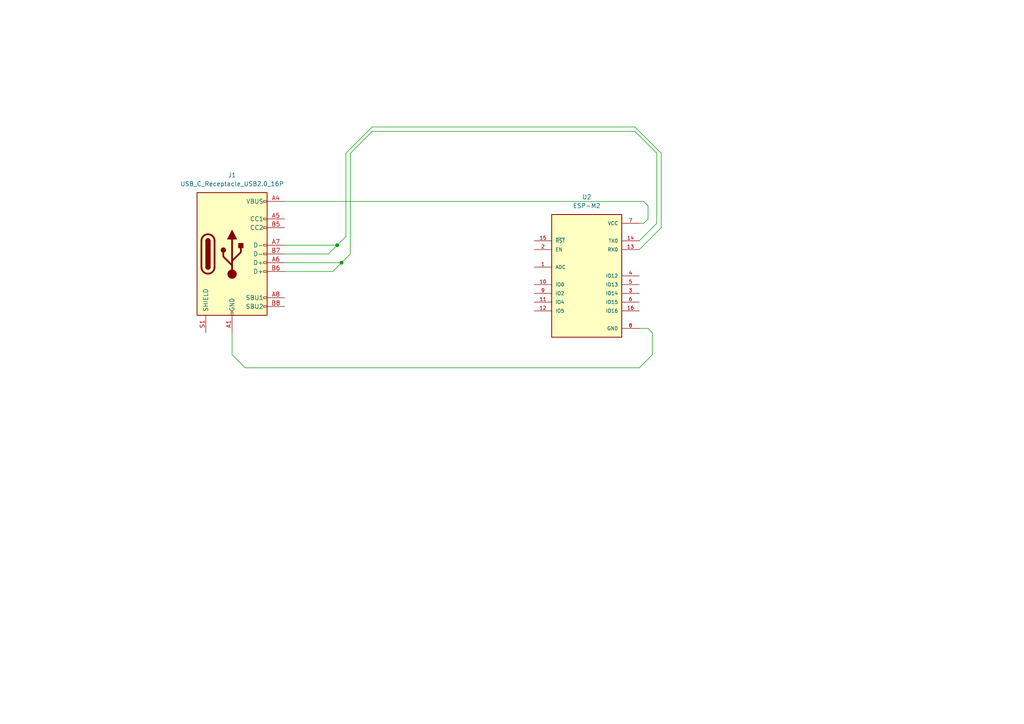
<source format=kicad_sch>
(kicad_sch (version 20231120) (generator "eeschema") (generator_version "8.0")
  (paper "A4")
  (lib_symbols
    (symbol "Connector:USB_C_Receptacle_USB2.0_16P" (pin_names (offset 1.016))
      (property "Reference" "J" (at 0 22.225 0))
      (property "Value" "USB_C_Receptacle_USB2.0_16P" (at 0 19.685 0))
      (symbol "USB_C_Receptacle_USB2.0_16P_0_0"
        (rectangle (start -0.254 -17.78) (end 0.254 -16.764))
        (rectangle (start 10.16 -14.986) (end 9.144 -15.494))
        (rectangle (start 10.16 -12.446) (end 9.144 -12.954))
        (rectangle (start 10.16 -4.826) (end 9.144 -5.334))
        (rectangle (start 10.16 -2.286) (end 9.144 -2.794))
        (rectangle (start 10.16 0.254) (end 9.144 -0.254))
        (rectangle (start 10.16 2.794) (end 9.144 2.286))
        (rectangle (start 10.16 7.874) (end 9.144 7.366))
        (rectangle (start 10.16 10.414) (end 9.144 9.906))
        (rectangle (start 10.16 15.494) (end 9.144 14.986))
      )
      (symbol "USB_C_Receptacle_USB2.0_16P_0_1"
        (rectangle (start -10.16 17.78) (end 10.16 -17.78) (stroke (width 0.254)) (fill (type background)))
        (arc (start -8.89 -3.81) (mid -6.985 -5.7067) (end -5.08 -3.81) (stroke (width 0.508)))
        (arc (start -7.62 -3.81) (mid -6.985 -4.4423) (end -6.35 -3.81) (stroke (width 0.254)))
        (arc (start -7.62 -3.81) (mid -6.985 -4.4423) (end -6.35 -3.81) (stroke (width 0.254)) (fill (type outline)))
        (rectangle (start -7.62 -3.81) (end -6.35 3.81) (stroke (width 0.254)) (fill (type outline)))
        (arc (start -6.35 3.81) (mid -6.985 4.4423) (end -7.62 3.81) (stroke (width 0.254)))
        (arc (start -6.35 3.81) (mid -6.985 4.4423) (end -7.62 3.81) (stroke (width 0.254)) (fill (type outline)))
        (arc (start -5.08 3.81) (mid -6.985 5.7067) (end -8.89 3.81) (stroke (width 0.508)))
        (circle (center -2.54 1.143) (radius 0.635) (stroke (width 0.254)) (fill (type outline)))
        (circle (center 0 -5.842) (radius 1.27) (fill (type outline)))
        (polyline (pts (xy -8.89 -3.81) (xy -8.89 3.81)) (stroke (width 0.508)))
        (polyline (pts (xy -5.08 3.81) (xy -5.08 -3.81)) (stroke (width 0.508)))
        (polyline (pts (xy 0 -5.842) (xy 0 4.318)) (stroke (width 0.508)))
        (polyline (pts (xy 0 -3.302) (xy -2.54 -0.762) (xy -2.54 0.508)) (stroke (width 0.508)))
        (polyline (pts (xy 0 -2.032) (xy 2.54 0.508) (xy 2.54 1.778)) (stroke (width 0.508)))
        (polyline (pts (xy -1.27 4.318) (xy 0 6.858) (xy 1.27 4.318) (xy -1.27 4.318)) (stroke (width 0.254)) (fill (type outline)))
        (rectangle (start 1.905 1.778) (end 3.175 3.048) (stroke (width 0.254)) (fill (type outline)))
      )
      (symbol "USB_C_Receptacle_USB2.0_16P_1_1"
        (pin passive line (at 0 -22.86 90) (length 5.08) (name "GND") (number "A1"))
        (pin passive line (at 0 -22.86 90) (length 5.08) hide (name "GND") (number "A12"))
        (pin passive line (at 15.24 15.24 180) (length 5.08) (name "VBUS") (number "A4"))
        (pin bidirectional line (at 15.24 10.16 180) (length 5.08) (name "CC1") (number "A5"))
        (pin bidirectional line (at 15.24 -2.54 180) (length 5.08) (name "D+") (number "A6"))
        (pin bidirectional line (at 15.24 2.54 180) (length 5.08) (name "D-") (number "A7"))
        (pin bidirectional line (at 15.24 -12.7 180) (length 5.08) (name "SBU1") (number "A8"))
        (pin passive line (at 15.24 15.24 180) (length 5.08) hide (name "VBUS") (number "A9"))
        (pin passive line (at 0 -22.86 90) (length 5.08) hide (name "GND") (number "B1"))
        (pin passive line (at 0 -22.86 90) (length 5.08) hide (name "GND") (number "B12"))
        (pin passive line (at 15.24 15.24 180) (length 5.08) hide (name "VBUS") (number "B4"))
        (pin bidirectional line (at 15.24 7.62 180) (length 5.08) (name "CC2") (number "B5"))
        (pin bidirectional line (at 15.24 -5.08 180) (length 5.08) (name "D+") (number "B6"))
        (pin bidirectional line (at 15.24 0 180) (length 5.08) (name "D-") (number "B7"))
        (pin bidirectional line (at 15.24 -15.24 180) (length 5.08) (name "SBU2") (number "B8"))
        (pin passive line (at 15.24 15.24 180) (length 5.08) hide (name "VBUS") (number "B9"))
        (pin passive line (at -7.62 -22.86 90) (length 5.08) (name "SHIELD") (number "S1"))
      )
    )
    (symbol "ESP:ESP-M2" (pin_names (offset 1.016))
      (property "Reference" "U" (at -10.16 18.288 0))
      (property "Value" "ESP-M2" (at -10.16 -20.32 0))
      (symbol "ESP-M2_0_0"
        (rectangle (start -10.16 -17.78) (end 10.16 17.78) (stroke (width 0.254)) (fill (type background)))
        (pin bidirectional line (at -15.24 2.54 0) (length 5.08) (name "ADC") (number "1"))
        (pin bidirectional line (at -15.24 -2.54 0) (length 5.08) (name "IO0") (number "10"))
        (pin bidirectional line (at -15.24 -7.62 0) (length 5.08) (name "IO4") (number "11"))
        (pin bidirectional line (at -15.24 -10.16 0) (length 5.08) (name "IO5") (number "12"))
        (pin bidirectional line (at 15.24 7.62 180) (length 5.08) (name "RX0") (number "13"))
        (pin bidirectional line (at 15.24 10.16 180) (length 5.08) (name "TX0") (number "14"))
        (pin input line (at -15.24 10.16 0) (length 5.08) (name "~{RST}") (number "15"))
        (pin bidirectional line (at 15.24 -10.16 180) (length 5.08) (name "IO16") (number "16"))
        (pin input line (at -15.24 7.62 0) (length 5.08) (name "EN") (number "2"))
        (pin bidirectional line (at 15.24 -5.08 180) (length 5.08) (name "IO14") (number "3"))
        (pin bidirectional line (at 15.24 0 180) (length 5.08) (name "IO12") (number "4"))
        (pin bidirectional line (at 15.24 -2.54 180) (length 5.08) (name "IO13") (number "5"))
        (pin bidirectional line (at 15.24 -7.62 180) (length 5.08) (name "IO15") (number "6"))
        (pin power_in line (at 15.24 15.24 180) (length 5.08) (name "VCC") (number "7"))
        (pin power_in line (at 15.24 -15.24 180) (length 5.08) (name "GND") (number "8"))
        (pin bidirectional line (at -15.24 -5.08 0) (length 5.08) (name "IO2") (number "9"))
      )
    )
  )
  (junction (at 97.79 71.12))
  (junction (at 99.06 76.2))
  (wire (pts (xy 82.55 71.12) (xy 97.79 71.12)))
  (wire (pts (xy 67.31 96.52) (xy 67.31 102.87)))
  (wire (pts (xy 99.06 76.2) (xy 101.6 73.66)))
  (wire (pts (xy 187.96 63.5) (xy 186.69 64.77)))
  (wire (pts (xy 184.15 38.1) (xy 190.5 44.45)))
  (wire (pts (xy 100.33 68.58) (xy 97.79 71.12)))
  (wire (pts (xy 184.15 36.83) (xy 107.95 36.83)))
  (wire (pts (xy 190.5 44.45) (xy 190.5 64.77)))
  (wire (pts (xy 97.79 71.12) (xy 95.25 73.66)))
  (wire (pts (xy 191.77 44.45) (xy 191.77 66.04)))
  (wire (pts (xy 101.6 44.45) (xy 107.95 38.1)))
  (wire (pts (xy 107.95 36.83) (xy 100.33 44.45)))
  (wire (pts (xy 185.42 106.68) (xy 189.23 102.87)))
  (wire (pts (xy 185.42 95.25) (xy 187.96 95.25)))
  (wire (pts (xy 82.55 58.42) (xy 186.69 58.42)))
  (wire (pts (xy 189.23 102.87) (xy 189.23 96.52)))
  (wire (pts (xy 189.23 96.52) (xy 187.96 95.25)))
  (wire (pts (xy 101.6 73.66) (xy 101.6 44.45)))
  (wire (pts (xy 190.5 64.77) (xy 185.42 69.85)))
  (wire (pts (xy 100.33 44.45) (xy 100.33 68.58)))
  (wire (pts (xy 185.42 64.77) (xy 186.69 64.77)))
  (wire (pts (xy 107.95 38.1) (xy 184.15 38.1)))
  (wire (pts (xy 184.15 36.83) (xy 191.77 44.45)))
  (wire (pts (xy 82.55 73.66) (xy 95.25 73.66)))
  (wire (pts (xy 82.55 78.74) (xy 96.52 78.74)))
  (wire (pts (xy 191.77 66.04) (xy 185.42 72.39)))
  (wire (pts (xy 67.31 102.87) (xy 71.12 106.68)))
  (wire (pts (xy 186.69 58.42) (xy 187.96 59.69)))
  (wire (pts (xy 71.12 106.68) (xy 185.42 106.68)))
  (wire (pts (xy 96.52 78.74) (xy 99.06 76.2)))
  (wire (pts (xy 187.96 59.69) (xy 187.96 63.5)))
  (wire (pts (xy 82.55 76.2) (xy 99.06 76.2)))
  (symbol (lib_id "ESP:ESP-M2") (at 170.18 80.01 0) (unit 1)
    (property "Reference" "U2" (at 170.18 57.15 0))
    (property "Value" "ESP-M2" (at 170.18 59.69 0))
    (property "Footprint" "Logger:ESP-M2" (effects (hide yes)))
    (property "MF" "Doctors of Intelligence & Technology Co., LTD" (effects (hide yes)))
    (property "MAXIMUM_PACKAGE_HEIGHT" "3.0 mm" (effects (hide yes)))
    (property "Package" "Package" (effects (hide yes)))
    (property "Price" "None" (effects (hide yes)))
    (property "Check_prices" "https://www.snapeda.com/parts/ESP-M2/Doctors+of+Intelligence+%2526+Technology+Co.%252C+LTD/view-part/?ref=eda" (effects (hide yes)))
    (property "STANDARD" "Manufacturer Recommendations" (effects (hide yes)))
    (property "PARTREV" "V1.0" (effects (hide yes)))
    (property "SnapEDA_Link" "https://www.snapeda.com/parts/ESP-M2/Doctors+of+Intelligence+%2526+Technology+Co.%252C+LTD/view-part/?ref=snap" (effects (hide yes)))
    (property "MP" "ESP-M2" (effects (hide yes)))
    (property "Description_1" "\n                        \n                            16-bit Microcontrollers - MCU Auto MCU\n                        \n" (effects (hide yes)))
    (property "MANUFACTURER" "Doctors of Intelligence & Technology Co., LTD" (effects (hide yes)))
    (property "Availability" "Not in stock" (effects (hide yes)))
    (property "SNAPEDA_PN" "ESP-M2" (effects (hide yes)))
  )
  (symbol (lib_id "Connector:USB_C_Receptacle_USB2.0_16P") (at 67.31 73.66 0) (unit 1)
    (property "Reference" "J1" (at 67.31 50.8 0))
    (property "Value" "USB_C_Receptacle_USB2.0_16P" (at 67.31 53.34 0))
    (property "Footprint" "Connector_USB:USB_C_Receptacle_G-Switch_GT-USB-7051x" (effects (hide yes)))
    (property "Datasheet" "https://www.usb.org/sites/default/files/documents/usb_type-c.zip" (effects (hide yes)))
    (property "Description" "USB 2.0-only 16P Type-C Receptacle connector" (effects (hide yes)))
  )
)
</source>
